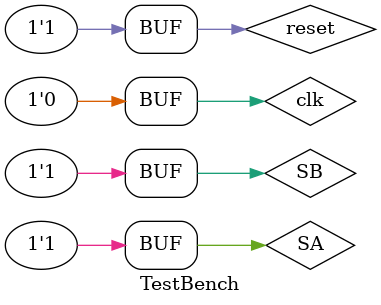
<source format=sv>
`timescale 1ns / 1ps

module TestBench( );

 logic clk,reset, SA, SB;
 logic [2:0] LA, LB;
 LightSystem dut(clk, reset, SA, SB, LA, LB);
 
 always
	begin
	clk <= 1; #5;
	clk <= 0; #5;
 end

 initial begin

 reset= 0;

 SA =0; SB =0; #20;
 SB=1; #20;
 SA=1; SB=0; #20;
 SB=1; #20;

 reset = 1;
 SA =0; SB =0; #20;
 SB=1; #20;
 SA=1; SB=0; #20;
 SB=1; #20;
 end

 
endmodule

</source>
